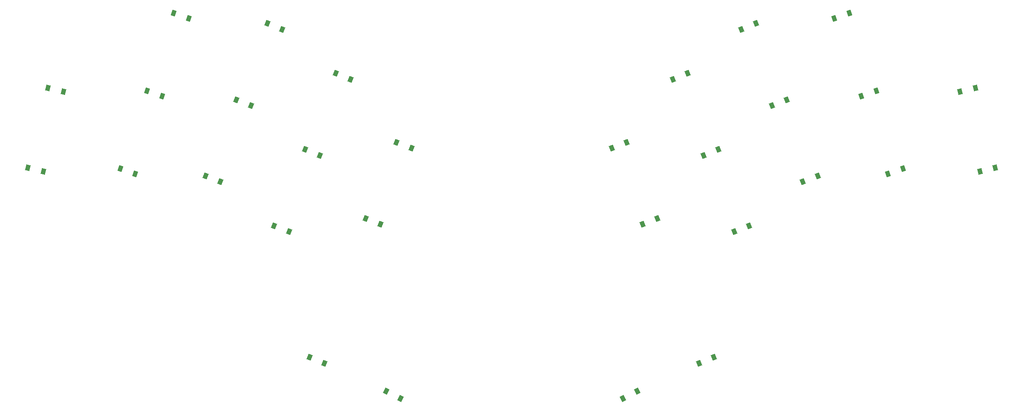
<source format=gtp>
G04 #@! TF.GenerationSoftware,KiCad,Pcbnew,7.0.5-0*
G04 #@! TF.CreationDate,2023-07-18T22:32:37-04:00*
G04 #@! TF.ProjectId,tern,7465726e-2e6b-4696-9361-645f70636258,v1.0.0*
G04 #@! TF.SameCoordinates,Original*
G04 #@! TF.FileFunction,Paste,Top*
G04 #@! TF.FilePolarity,Positive*
%FSLAX46Y46*%
G04 Gerber Fmt 4.6, Leading zero omitted, Abs format (unit mm)*
G04 Created by KiCad (PCBNEW 7.0.5-0) date 2023-07-18 22:32:37*
%MOMM*%
%LPD*%
G01*
G04 APERTURE LIST*
G04 Aperture macros list*
%AMRotRect*
0 Rectangle, with rotation*
0 The origin of the aperture is its center*
0 $1 length*
0 $2 width*
0 $3 Rotation angle, in degrees counterclockwise*
0 Add horizontal line*
21,1,$1,$2,0,0,$3*%
G04 Aperture macros list end*
%ADD10RotRect,0.900000X1.200000X202.000000*%
%ADD11RotRect,0.900000X1.200000X158.000000*%
%ADD12RotRect,0.900000X1.200000X161.000000*%
%ADD13RotRect,0.900000X1.200000X199.000000*%
%ADD14RotRect,0.900000X1.200000X207.000000*%
%ADD15RotRect,0.900000X1.200000X166.000000*%
%ADD16RotRect,0.900000X1.200000X194.000000*%
%ADD17RotRect,0.900000X1.200000X153.000000*%
G04 APERTURE END LIST*
D10*
X269257717Y-137159868D03*
X266198011Y-138396070D03*
D11*
X185421934Y-128087231D03*
X182362228Y-126851029D03*
D10*
X283427767Y-126851029D03*
X280368061Y-128087231D03*
D12*
X155096261Y-157953858D03*
X151976049Y-156879484D03*
D11*
X199591986Y-138396074D03*
X196532280Y-137159872D03*
D13*
X313813953Y-156879483D03*
X310693741Y-157953857D03*
D11*
X205801643Y-168407572D03*
X202741937Y-167171370D03*
X194188837Y-197150272D03*
X191129131Y-195914070D03*
X186855358Y-169920327D03*
X183795652Y-168684125D03*
D14*
X258844899Y-202963639D03*
X255904577Y-204461807D03*
D15*
X136106643Y-157457782D03*
X132904667Y-156659440D03*
D16*
X332885336Y-156659441D03*
X329683360Y-157457783D03*
D10*
X256679755Y-151409248D03*
X253620049Y-152645450D03*
X296164392Y-158375276D03*
X293104686Y-159611478D03*
D12*
X166165575Y-125806222D03*
X163045363Y-124731848D03*
D16*
X328772666Y-140164413D03*
X325570690Y-140962755D03*
D11*
X193223673Y-154158197D03*
X190163967Y-152921995D03*
D10*
X275626034Y-152921998D03*
X272566328Y-154158200D03*
D11*
X179053624Y-143849354D03*
X175993918Y-142613152D03*
D15*
X140219314Y-140962752D03*
X137017338Y-140164410D03*
D13*
X302744636Y-124731854D03*
X299624424Y-125806228D03*
D10*
X281994345Y-168684120D03*
X278934639Y-169920322D03*
D11*
X172685307Y-159611479D03*
X169625601Y-158375277D03*
D10*
X263048063Y-167171373D03*
X259988357Y-168407575D03*
D12*
X160630918Y-141880041D03*
X157510706Y-140805667D03*
D10*
X274660869Y-195914071D03*
X271601163Y-197150273D03*
D17*
X209885422Y-204461804D03*
X206945100Y-202963636D03*
D10*
X289796080Y-142613152D03*
X286736374Y-143849354D03*
D13*
X308279291Y-140805666D03*
X305159079Y-141880040D03*
D11*
X212169954Y-152645448D03*
X209110248Y-151409246D03*
M02*

</source>
